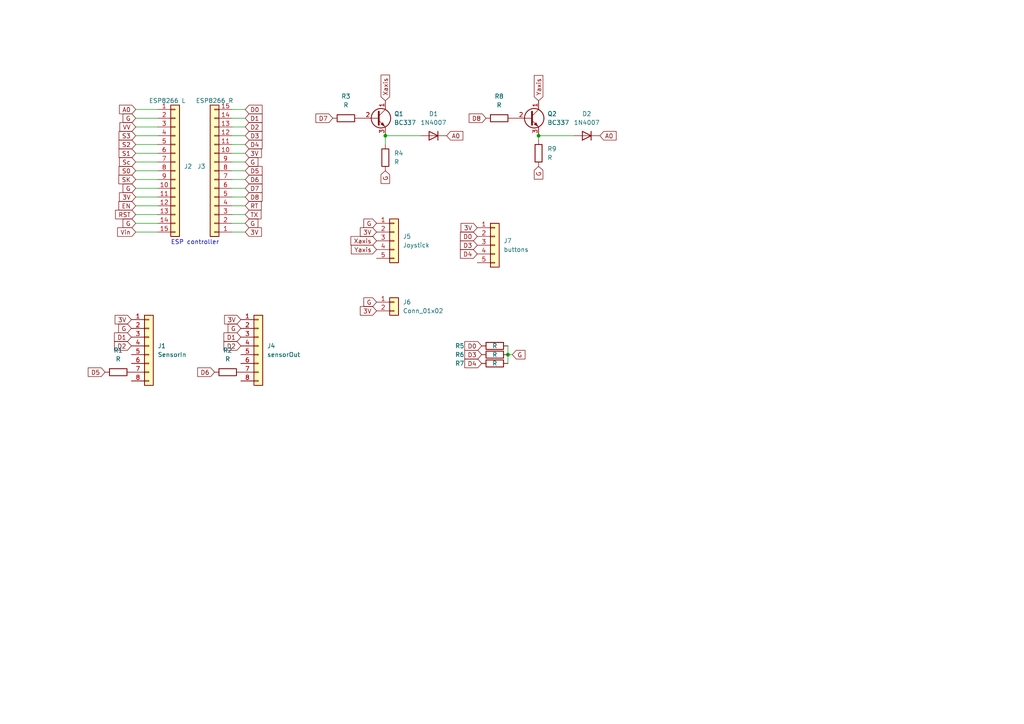
<source format=kicad_sch>
(kicad_sch (version 20211123) (generator eeschema)
  (paper "A4")
  (lib_symbols
    (symbol "Connector_Generic:Conn_01x02" (pin_names (offset 1.016) hide)
      (property "Reference" "J" (at 0 2.54 0))
      (property "Value" "Conn_01x02" (at 0 -5.08 0))
      (symbol "Conn_01x02_1_1"
        (rectangle (start -1.27 -2.413) (end 0 -2.667) (stroke (width 0.1524)))
        (rectangle (start -1.27 0.127) (end 0 -0.127) (stroke (width 0.1524)))
        (rectangle (start -1.27 1.27) (end 1.27 -3.81) (stroke (width 0.254)) (fill (type background)))
        (pin passive line (at -5.08 0 0) (length 3.81) (name "Pin_1") (number "1"))
        (pin passive line (at -5.08 -2.54 0) (length 3.81) (name "Pin_2") (number "2"))
      )
    )
    (symbol "Connector_Generic:Conn_01x05" (pin_names (offset 1.016) hide)
      (property "Reference" "J" (at 0 7.62 0))
      (property "Value" "Conn_01x05" (at 0 -7.62 0))
      (symbol "Conn_01x05_1_1"
        (rectangle (start -1.27 -4.953) (end 0 -5.207) (stroke (width 0.1524)))
        (rectangle (start -1.27 -2.413) (end 0 -2.667) (stroke (width 0.1524)))
        (rectangle (start -1.27 0.127) (end 0 -0.127) (stroke (width 0.1524)))
        (rectangle (start -1.27 2.667) (end 0 2.413) (stroke (width 0.1524)))
        (rectangle (start -1.27 5.207) (end 0 4.953) (stroke (width 0.1524)))
        (rectangle (start -1.27 6.35) (end 1.27 -6.35) (stroke (width 0.254)) (fill (type background)))
        (pin passive line (at -5.08 5.08 0) (length 3.81) (name "Pin_1") (number "1"))
        (pin passive line (at -5.08 2.54 0) (length 3.81) (name "Pin_2") (number "2"))
        (pin passive line (at -5.08 0 0) (length 3.81) (name "Pin_3") (number "3"))
        (pin passive line (at -5.08 -2.54 0) (length 3.81) (name "Pin_4") (number "4"))
        (pin passive line (at -5.08 -5.08 0) (length 3.81) (name "Pin_5") (number "5"))
      )
    )
    (symbol "Connector_Generic:Conn_01x08" (pin_names (offset 1.016) hide)
      (property "Reference" "J" (at 0 10.16 0))
      (property "Value" "Conn_01x08" (at 0 -12.7 0))
      (symbol "Conn_01x08_1_1"
        (rectangle (start -1.27 -10.033) (end 0 -10.287) (stroke (width 0.1524)))
        (rectangle (start -1.27 -7.493) (end 0 -7.747) (stroke (width 0.1524)))
        (rectangle (start -1.27 -4.953) (end 0 -5.207) (stroke (width 0.1524)))
        (rectangle (start -1.27 -2.413) (end 0 -2.667) (stroke (width 0.1524)))
        (rectangle (start -1.27 0.127) (end 0 -0.127) (stroke (width 0.1524)))
        (rectangle (start -1.27 2.667) (end 0 2.413) (stroke (width 0.1524)))
        (rectangle (start -1.27 5.207) (end 0 4.953) (stroke (width 0.1524)))
        (rectangle (start -1.27 7.747) (end 0 7.493) (stroke (width 0.1524)))
        (rectangle (start -1.27 8.89) (end 1.27 -11.43) (stroke (width 0.254)) (fill (type background)))
        (pin passive line (at -5.08 7.62 0) (length 3.81) (name "Pin_1") (number "1"))
        (pin passive line (at -5.08 5.08 0) (length 3.81) (name "Pin_2") (number "2"))
        (pin passive line (at -5.08 2.54 0) (length 3.81) (name "Pin_3") (number "3"))
        (pin passive line (at -5.08 0 0) (length 3.81) (name "Pin_4") (number "4"))
        (pin passive line (at -5.08 -2.54 0) (length 3.81) (name "Pin_5") (number "5"))
        (pin passive line (at -5.08 -5.08 0) (length 3.81) (name "Pin_6") (number "6"))
        (pin passive line (at -5.08 -7.62 0) (length 3.81) (name "Pin_7") (number "7"))
        (pin passive line (at -5.08 -10.16 0) (length 3.81) (name "Pin_8") (number "8"))
      )
    )
    (symbol "Connector_Generic:Conn_01x15" (pin_names (offset 1.016) hide)
      (property "Reference" "J" (at 0 20.32 0))
      (property "Value" "Conn_01x15" (at 0 -20.32 0))
      (symbol "Conn_01x15_1_1"
        (rectangle (start -1.27 -17.653) (end 0 -17.907) (stroke (width 0.1524)))
        (rectangle (start -1.27 -15.113) (end 0 -15.367) (stroke (width 0.1524)))
        (rectangle (start -1.27 -12.573) (end 0 -12.827) (stroke (width 0.1524)))
        (rectangle (start -1.27 -10.033) (end 0 -10.287) (stroke (width 0.1524)))
        (rectangle (start -1.27 -7.493) (end 0 -7.747) (stroke (width 0.1524)))
        (rectangle (start -1.27 -4.953) (end 0 -5.207) (stroke (width 0.1524)))
        (rectangle (start -1.27 -2.413) (end 0 -2.667) (stroke (width 0.1524)))
        (rectangle (start -1.27 0.127) (end 0 -0.127) (stroke (width 0.1524)))
        (rectangle (start -1.27 2.667) (end 0 2.413) (stroke (width 0.1524)))
        (rectangle (start -1.27 5.207) (end 0 4.953) (stroke (width 0.1524)))
        (rectangle (start -1.27 7.747) (end 0 7.493) (stroke (width 0.1524)))
        (rectangle (start -1.27 10.287) (end 0 10.033) (stroke (width 0.1524)))
        (rectangle (start -1.27 12.827) (end 0 12.573) (stroke (width 0.1524)))
        (rectangle (start -1.27 15.367) (end 0 15.113) (stroke (width 0.1524)))
        (rectangle (start -1.27 17.907) (end 0 17.653) (stroke (width 0.1524)))
        (rectangle (start -1.27 19.05) (end 1.27 -19.05) (stroke (width 0.254)) (fill (type background)))
        (pin passive line (at -5.08 17.78 0) (length 3.81) (name "Pin_1") (number "1"))
        (pin passive line (at -5.08 -5.08 0) (length 3.81) (name "Pin_10") (number "10"))
        (pin passive line (at -5.08 -7.62 0) (length 3.81) (name "Pin_11") (number "11"))
        (pin passive line (at -5.08 -10.16 0) (length 3.81) (name "Pin_12") (number "12"))
        (pin passive line (at -5.08 -12.7 0) (length 3.81) (name "Pin_13") (number "13"))
        (pin passive line (at -5.08 -15.24 0) (length 3.81) (name "Pin_14") (number "14"))
        (pin passive line (at -5.08 -17.78 0) (length 3.81) (name "Pin_15") (number "15"))
        (pin passive line (at -5.08 15.24 0) (length 3.81) (name "Pin_2") (number "2"))
        (pin passive line (at -5.08 12.7 0) (length 3.81) (name "Pin_3") (number "3"))
        (pin passive line (at -5.08 10.16 0) (length 3.81) (name "Pin_4") (number "4"))
        (pin passive line (at -5.08 7.62 0) (length 3.81) (name "Pin_5") (number "5"))
        (pin passive line (at -5.08 5.08 0) (length 3.81) (name "Pin_6") (number "6"))
        (pin passive line (at -5.08 2.54 0) (length 3.81) (name "Pin_7") (number "7"))
        (pin passive line (at -5.08 0 0) (length 3.81) (name "Pin_8") (number "8"))
        (pin passive line (at -5.08 -2.54 0) (length 3.81) (name "Pin_9") (number "9"))
      )
    )
    (symbol "Device:R" (pin_numbers hide) (pin_names (offset 0))
      (property "Reference" "R" (at 2.032 0 90))
      (property "Value" "R" (at 0 0 90))
      (symbol "R_0_1"
        (rectangle (start -1.016 -2.54) (end 1.016 2.54) (stroke (width 0.254)))
      )
      (symbol "R_1_1"
        (pin passive line (at 0 3.81 270) (length 1.27) (name "~") (number "1"))
        (pin passive line (at 0 -3.81 90) (length 1.27) (name "~") (number "2"))
      )
    )
    (symbol "Diode:1N4007" (pin_numbers hide) (pin_names (offset 1.016) hide)
      (property "Reference" "D" (at 0 2.54 0))
      (property "Value" "1N4007" (at 0 -2.54 0))
      (symbol "1N4007_0_1"
        (polyline (pts (xy -1.27 1.27) (xy -1.27 -1.27)) (stroke (width 0.254)))
        (polyline (pts (xy 1.27 0) (xy -1.27 0)))
        (polyline (pts (xy 1.27 1.27) (xy 1.27 -1.27) (xy -1.27 0) (xy 1.27 1.27)) (stroke (width 0.254)))
      )
      (symbol "1N4007_1_1"
        (pin passive line (at -3.81 0 0) (length 2.54) (name "K") (number "1"))
        (pin passive line (at 3.81 0 180) (length 2.54) (name "A") (number "2"))
      )
    )
    (symbol "Transistor_BJT:BC337" (pin_names (offset 0) hide)
      (property "Reference" "Q" (at 5.08 1.905 0))
      (property "Value" "BC337" (at 5.08 0 0))
      (symbol "BC337_0_1"
        (polyline (pts (xy 0 0) (xy 0.635 0)))
        (polyline (pts (xy 0.635 0.635) (xy 2.54 2.54)))
        (polyline (pts (xy 0.635 -0.635) (xy 2.54 -2.54) (xy 2.54 -2.54)))
        (polyline (pts (xy 0.635 1.905) (xy 0.635 -1.905) (xy 0.635 -1.905)) (stroke (width 0.508)))
        (polyline (pts (xy 1.27 -1.778) (xy 1.778 -1.27) (xy 2.286 -2.286) (xy 1.27 -1.778) (xy 1.27 -1.778)) (fill (type outline)))
        (circle (center 1.27 0) (radius 2.8194) (stroke (width 0.254)))
      )
      (symbol "BC337_1_1"
        (pin passive line (at 2.54 5.08 270) (length 2.54) (name "C") (number "1"))
        (pin input line (at -5.08 0 0) (length 5.08) (name "B") (number "2"))
        (pin passive line (at 2.54 -5.08 90) (length 2.54) (name "E") (number "3"))
      )
    )
  )
  (junction (at 156.21 39.37))
  (junction (at 111.76 39.37))
  (junction (at 147.32 102.87))
  (wire (pts (xy 67.31 52.07) (xy 71.12 52.07)))
  (wire (pts (xy 67.31 41.91) (xy 71.12 41.91)))
  (wire (pts (xy 67.31 44.45) (xy 71.12 44.45)))
  (wire (pts (xy 111.76 41.91) (xy 111.76 39.37)))
  (wire (pts (xy 67.31 49.53) (xy 71.12 49.53)))
  (wire (pts (xy 67.31 34.29) (xy 71.12 34.29)))
  (wire (pts (xy 39.37 41.91) (xy 45.72 41.91)))
  (wire (pts (xy 39.37 39.37) (xy 45.72 39.37)))
  (wire (pts (xy 67.31 54.61) (xy 71.12 54.61)))
  (wire (pts (xy 39.37 54.61) (xy 45.72 54.61)))
  (wire (pts (xy 39.37 44.45) (xy 45.72 44.45)))
  (wire (pts (xy 67.31 57.15) (xy 71.12 57.15)))
  (wire (pts (xy 39.37 31.75) (xy 45.72 31.75)))
  (wire (pts (xy 67.31 36.83) (xy 71.12 36.83)))
  (wire (pts (xy 147.32 100.33) (xy 147.32 102.87)))
  (wire (pts (xy 67.31 67.31) (xy 71.12 67.31)))
  (wire (pts (xy 39.37 52.07) (xy 45.72 52.07)))
  (wire (pts (xy 67.31 64.77) (xy 71.12 64.77)))
  (wire (pts (xy 39.37 57.15) (xy 45.72 57.15)))
  (wire (pts (xy 39.37 49.53) (xy 45.72 49.53)))
  (wire (pts (xy 39.37 59.69) (xy 45.72 59.69)))
  (wire (pts (xy 39.37 46.99) (xy 45.72 46.99)))
  (wire (pts (xy 166.37 39.37) (xy 156.21 39.37)))
  (wire (pts (xy 39.37 34.29) (xy 45.72 34.29)))
  (wire (pts (xy 147.32 102.87) (xy 147.32 105.41)))
  (wire (pts (xy 67.31 31.75) (xy 71.12 31.75)))
  (wire (pts (xy 39.37 36.83) (xy 45.72 36.83)))
  (wire (pts (xy 156.21 40.64) (xy 156.21 39.37)))
  (wire (pts (xy 67.31 62.23) (xy 71.12 62.23)))
  (wire (pts (xy 67.31 59.69) (xy 71.12 59.69)))
  (wire (pts (xy 67.31 46.99) (xy 71.12 46.99)))
  (wire (pts (xy 147.32 102.87) (xy 148.59 102.87)))
  (wire (pts (xy 39.37 62.23) (xy 45.72 62.23)))
  (wire (pts (xy 39.37 67.31) (xy 45.72 67.31)))
  (wire (pts (xy 39.37 64.77) (xy 45.72 64.77)))
  (wire (pts (xy 121.92 39.37) (xy 111.76 39.37)))
  (wire (pts (xy 67.31 39.37) (xy 71.12 39.37)))
  (text "ESP controller\n" (at 49.53 71.12 0) (effects (font (size 1.27 1.27)) (justify left bottom)))
  (global_label "3V" (shape input) (at 109.22 90.17 180) (property "Intersheet References" "${INTERSHEET_REFS}" (effects hide)))
  (global_label "G" (shape input) (at 148.59 102.87 0) (property "Intersheet References" "${INTERSHEET_REFS}" (effects hide)))
  (global_label "D2" (shape input) (at 69.85 100.33 180) (property "Intersheet References" "${INTERSHEET_REFS}" (effects hide)))
  (global_label "D8" (shape input) (at 71.12 57.15 0) (property "Intersheet References" "${INTERSHEET_REFS}" (effects hide)))
  (global_label "Yaxis" (shape input) (at 109.22 72.39 180) (property "Intersheet References" "${INTERSHEET_REFS}" (effects hide)))
  (global_label "3V" (shape input) (at 138.43 66.04 180) (property "Intersheet References" "${INTERSHEET_REFS}" (effects hide)))
  (global_label "D7" (shape input) (at 71.12 54.61 0) (property "Intersheet References" "${INTERSHEET_REFS}" (effects hide)))
  (global_label "Sc" (shape input) (at 39.37 46.99 180) (property "Intersheet References" "${INTERSHEET_REFS}" (effects hide)))
  (global_label "D4" (shape input) (at 138.43 73.66 180) (property "Intersheet References" "${INTERSHEET_REFS}" (effects hide)))
  (global_label "A0" (shape input) (at 129.54 39.37 0) (property "Intersheet References" "${INTERSHEET_REFS}" (effects hide)))
  (global_label "G" (shape input) (at 109.22 87.63 180) (property "Intersheet References" "${INTERSHEET_REFS}" (effects hide)))
  (global_label "VV" (shape input) (at 39.37 36.83 180) (property "Intersheet References" "${INTERSHEET_REFS}" (effects hide)))
  (global_label "D6" (shape input) (at 71.12 52.07 0) (property "Intersheet References" "${INTERSHEET_REFS}" (effects hide)))
  (global_label "Xaxis" (shape input) (at 109.22 69.85 180) (property "Intersheet References" "${INTERSHEET_REFS}" (effects hide)))
  (global_label "S2" (shape input) (at 39.37 41.91 180) (property "Intersheet References" "${INTERSHEET_REFS}" (effects hide)))
  (global_label "S1" (shape input) (at 39.37 44.45 180) (property "Intersheet References" "${INTERSHEET_REFS}" (effects hide)))
  (global_label "RST" (shape input) (at 39.37 62.23 180) (property "Intersheet References" "${INTERSHEET_REFS}" (effects hide)))
  (global_label "D4" (shape input) (at 71.12 41.91 0) (property "Intersheet References" "${INTERSHEET_REFS}" (effects hide)))
  (global_label "D2" (shape input) (at 71.12 36.83 0) (property "Intersheet References" "${INTERSHEET_REFS}" (effects hide)))
  (global_label "D6" (shape input) (at 62.23 107.95 180) (property "Intersheet References" "${INTERSHEET_REFS}" (effects hide)))
  (global_label "D4" (shape input) (at 139.7 105.41 180) (property "Intersheet References" "${INTERSHEET_REFS}" (effects hide)))
  (global_label "D5" (shape input) (at 30.48 107.95 180) (property "Intersheet References" "${INTERSHEET_REFS}" (effects hide)))
  (global_label "3V" (shape input) (at 71.12 67.31 0) (property "Intersheet References" "${INTERSHEET_REFS}" (effects hide)))
  (global_label "G" (shape input) (at 71.12 64.77 0) (property "Intersheet References" "${INTERSHEET_REFS}" (effects hide)))
  (global_label "D3" (shape input) (at 71.12 39.37 0) (property "Intersheet References" "${INTERSHEET_REFS}" (effects hide)))
  (global_label "D7" (shape input) (at 96.52 34.29 180) (property "Intersheet References" "${INTERSHEET_REFS}" (effects hide)))
  (global_label "D3" (shape input) (at 138.43 71.12 180) (property "Intersheet References" "${INTERSHEET_REFS}" (effects hide)))
  (global_label "TX" (shape input) (at 71.12 62.23 0) (property "Intersheet References" "${INTERSHEET_REFS}" (effects hide)))
  (global_label "D5" (shape input) (at 71.12 49.53 0) (property "Intersheet References" "${INTERSHEET_REFS}" (effects hide)))
  (global_label "A0" (shape input) (at 173.99 39.37 0) (property "Intersheet References" "${INTERSHEET_REFS}" (effects hide)))
  (global_label "Yaxis" (shape input) (at 156.21 29.21 90) (property "Intersheet References" "${INTERSHEET_REFS}" (effects hide)))
  (global_label "3V" (shape input) (at 69.85 92.71 180) (property "Intersheet References" "${INTERSHEET_REFS}" (effects hide)))
  (global_label "RT" (shape input) (at 71.12 59.69 0) (property "Intersheet References" "${INTERSHEET_REFS}" (effects hide)))
  (global_label "3V" (shape input) (at 109.22 67.31 180) (property "Intersheet References" "${INTERSHEET_REFS}" (effects hide)))
  (global_label "SK" (shape input) (at 39.37 52.07 180) (property "Intersheet References" "${INTERSHEET_REFS}" (effects hide)))
  (global_label "D3" (shape input) (at 139.7 102.87 180) (property "Intersheet References" "${INTERSHEET_REFS}" (effects hide)))
  (global_label "D1" (shape input) (at 38.1 97.79 180) (property "Intersheet References" "${INTERSHEET_REFS}" (effects hide)))
  (global_label "G" (shape input) (at 156.21 48.26 270) (property "Intersheet References" "${INTERSHEET_REFS}" (effects hide)))
  (global_label "G" (shape input) (at 39.37 34.29 180) (property "Intersheet References" "${INTERSHEET_REFS}" (effects hide)))
  (global_label "D8" (shape input) (at 140.97 34.29 180) (property "Intersheet References" "${INTERSHEET_REFS}" (effects hide)))
  (global_label "D0" (shape input) (at 139.7 100.33 180) (property "Intersheet References" "${INTERSHEET_REFS}" (effects hide)))
  (global_label "A0" (shape input) (at 39.37 31.75 180) (property "Intersheet References" "${INTERSHEET_REFS}" (effects hide)))
  (global_label "S3" (shape input) (at 39.37 39.37 180) (property "Intersheet References" "${INTERSHEET_REFS}" (effects hide)))
  (global_label "D2" (shape input) (at 38.1 100.33 180) (property "Intersheet References" "${INTERSHEET_REFS}" (effects hide)))
  (global_label "D0" (shape input) (at 138.43 68.58 180) (property "Intersheet References" "${INTERSHEET_REFS}" (effects hide)))
  (global_label "S0" (shape input) (at 39.37 49.53 180) (property "Intersheet References" "${INTERSHEET_REFS}" (effects hide)))
  (global_label "D1" (shape input) (at 71.12 34.29 0) (property "Intersheet References" "${INTERSHEET_REFS}" (effects hide)))
  (global_label "G" (shape input) (at 71.12 46.99 0) (property "Intersheet References" "${INTERSHEET_REFS}" (effects hide)))
  (global_label "EN" (shape input) (at 39.37 59.69 180) (property "Intersheet References" "${INTERSHEET_REFS}" (effects hide)))
  (global_label "D0" (shape input) (at 71.12 31.75 0) (property "Intersheet References" "${INTERSHEET_REFS}" (effects hide)))
  (global_label "G" (shape input) (at 39.37 54.61 180) (property "Intersheet References" "${INTERSHEET_REFS}" (effects hide)))
  (global_label "G" (shape input) (at 111.76 49.53 270) (property "Intersheet References" "${INTERSHEET_REFS}" (effects hide)))
  (global_label "Xaxis" (shape input) (at 111.76 29.21 90) (property "Intersheet References" "${INTERSHEET_REFS}" (effects hide)))
  (global_label "3V" (shape input) (at 71.12 44.45 0) (property "Intersheet References" "${INTERSHEET_REFS}" (effects hide)))
  (global_label "G" (shape input) (at 38.1 95.25 180) (property "Intersheet References" "${INTERSHEET_REFS}" (effects hide)))
  (global_label "D1" (shape input) (at 69.85 97.79 180) (property "Intersheet References" "${INTERSHEET_REFS}" (effects hide)))
  (global_label "3V" (shape input) (at 38.1 92.71 180) (property "Intersheet References" "${INTERSHEET_REFS}" (effects hide)))
  (global_label "G" (shape input) (at 69.85 95.25 180) (property "Intersheet References" "${INTERSHEET_REFS}" (effects hide)))
  (global_label "G" (shape input) (at 39.37 64.77 180) (property "Intersheet References" "${INTERSHEET_REFS}" (effects hide)))
  (global_label "G" (shape input) (at 109.22 64.77 180) (property "Intersheet References" "${INTERSHEET_REFS}" (effects hide)))
  (global_label "Vin" (shape input) (at 39.37 67.31 180) (property "Intersheet References" "${INTERSHEET_REFS}" (effects hide)))
  (global_label "3V" (shape input) (at 39.37 57.15 180) (property "Intersheet References" "${INTERSHEET_REFS}" (effects hide)))
  (symbol (lib_id "Connector_Generic:Conn_01x15") (at 62.23 49.53 180) (unit 1)
    (property "Reference" "J3" (at 58.42 48.26 0))
    (property "Value" "ESP8266 R" (at 62.23 29.21 0))
    (property "Footprint" "Connector_PinHeader_2.54mm:PinHeader_1x15_P2.54mm_Vertical" (effects hide))
  )
  (symbol (lib_id "Connector_Generic:Conn_01x05") (at 114.3 69.85 0) (unit 1)
    (property "Reference" "J5" (at 116.84 68.5799 0) (effects (justify left)))
    (property "Value" "Joystick" (at 116.84 71.1199 0) (effects (justify left)))
    (property "Footprint" "Connector_PinHeader_2.54mm:PinHeader_1x05_P2.54mm_Vertical" (effects hide))
  )
  (symbol (lib_id "Transistor_BJT:BC337") (at 153.67 34.29 0) (unit 1)
    (property "Reference" "Q2" (at 158.75 33.0199 0) (effects (justify left)))
    (property "Value" "BC337" (at 158.75 35.5599 0) (effects (justify left)))
    (property "Footprint" "Package_TO_SOT_THT:TO-92_Inline" (effects hide))
    (property "Datasheet" "https://diotec.com/tl_files/diotec/files/pdf/datasheets/bc337.pdf" (effects hide))
  )
  (symbol (lib_id "Transistor_BJT:BC337") (at 109.22 34.29 0) (unit 1)
    (property "Reference" "Q1" (at 114.3 33.0199 0) (effects (justify left)))
    (property "Value" "BC337" (at 114.3 35.5599 0) (effects (justify left)))
    (property "Footprint" "Package_TO_SOT_THT:TO-92_Inline" (effects hide))
    (property "Datasheet" "https://diotec.com/tl_files/diotec/files/pdf/datasheets/bc337.pdf" (effects hide))
  )
  (symbol (lib_id "Device:R") (at 143.51 100.33 90) (unit 1)
    (property "Reference" "R5" (at 133.35 100.33 90))
    (property "Value" "R" (at 143.51 105.41 90))
    (property "Footprint" "Resistor_THT:R_Axial_DIN0204_L3.6mm_D1.6mm_P7.62mm_Horizontal" (effects hide))
  )
  (symbol (lib_id "Device:R") (at 66.04 107.95 90) (unit 1)
    (property "Reference" "R2" (at 66.04 101.6 90))
    (property "Value" "R" (at 66.04 104.14 90))
    (property "Footprint" "Resistor_THT:R_Axial_DIN0204_L3.6mm_D1.6mm_P7.62mm_Horizontal" (effects hide))
  )
  (symbol (lib_id "Device:R") (at 144.78 34.29 270) (unit 1)
    (property "Reference" "R8" (at 144.78 27.94 90))
    (property "Value" "R" (at 144.78 30.48 90))
    (property "Footprint" "Resistor_THT:R_Axial_DIN0204_L3.6mm_D1.6mm_P7.62mm_Horizontal" (effects hide))
  )
  (symbol (lib_id "Connector_Generic:Conn_01x08") (at 43.18 100.33 0) (unit 1)
    (property "Reference" "J1" (at 45.72 100.3299 0) (effects (justify left)))
    (property "Value" "SensorIn" (at 45.72 102.8699 0) (effects (justify left)))
    (property "Footprint" "Connector_PinHeader_2.54mm:PinHeader_1x08_P2.54mm_Vertical" (effects hide))
  )
  (symbol (lib_id "Device:R") (at 34.29 107.95 90) (unit 1)
    (property "Reference" "R1" (at 34.29 101.6 90))
    (property "Value" "R" (at 34.29 104.14 90))
    (property "Footprint" "Resistor_THT:R_Axial_DIN0204_L3.6mm_D1.6mm_P7.62mm_Horizontal" (effects hide))
  )
  (symbol (lib_id "Device:R") (at 156.21 44.45 0) (unit 1)
    (property "Reference" "R9" (at 158.75 43.1799 0) (effects (justify left)))
    (property "Value" "R" (at 158.75 45.7199 0) (effects (justify left)))
    (property "Footprint" "Resistor_THT:R_Axial_DIN0204_L3.6mm_D1.6mm_P7.62mm_Horizontal" (effects hide))
  )
  (symbol (lib_id "Device:R") (at 143.51 105.41 90) (unit 1)
    (property "Reference" "R7" (at 133.35 105.41 90))
    (property "Value" "R" (at 143.51 102.87 90))
    (property "Footprint" "Resistor_THT:R_Axial_DIN0204_L3.6mm_D1.6mm_P7.62mm_Horizontal" (effects hide))
  )
  (symbol (lib_id "Device:R") (at 100.33 34.29 270) (unit 1)
    (property "Reference" "R3" (at 100.33 27.94 90))
    (property "Value" "R" (at 100.33 30.48 90))
    (property "Footprint" "Resistor_THT:R_Axial_DIN0204_L3.6mm_D1.6mm_P7.62mm_Horizontal" (effects hide))
  )
  (symbol (lib_id "Connector_Generic:Conn_01x15") (at 50.8 49.53 0) (unit 1)
    (property "Reference" "J2" (at 53.34 48.2599 0) (effects (justify left)))
    (property "Value" "ESP8266 L" (at 43.18 29.21 0) (effects (justify left)))
    (property "Footprint" "Connector_PinHeader_2.54mm:PinHeader_1x15_P2.54mm_Vertical" (effects hide))
  )
  (symbol (lib_id "Device:R") (at 143.51 102.87 90) (unit 1)
    (property "Reference" "R6" (at 133.35 102.87 90))
    (property "Value" "R" (at 143.51 100.33 90))
    (property "Footprint" "Resistor_THT:R_Axial_DIN0204_L3.6mm_D1.6mm_P7.62mm_Horizontal" (effects hide))
  )
  (symbol (lib_id "Connector_Generic:Conn_01x02") (at 114.3 87.63 0) (unit 1)
    (property "Reference" "J6" (at 116.84 87.6299 0) (effects (justify left)))
    (property "Value" "Conn_01x02" (at 116.84 90.1699 0) (effects (justify left)))
    (property "Footprint" "Connector_PinSocket_2.54mm:PinSocket_1x02_P2.54mm_Vertical" (effects hide))
  )
  (symbol (lib_id "Connector_Generic:Conn_01x08") (at 74.93 100.33 0) (unit 1)
    (property "Reference" "J4" (at 77.47 100.3299 0) (effects (justify left)))
    (property "Value" "sensorOut" (at 77.47 102.8699 0) (effects (justify left)))
    (property "Footprint" "Connector_PinHeader_2.54mm:PinHeader_1x08_P2.54mm_Vertical" (effects hide))
  )
  (symbol (lib_id "Connector_Generic:Conn_01x05") (at 143.51 71.12 0) (unit 1)
    (property "Reference" "J7" (at 146.05 69.8499 0) (effects (justify left)))
    (property "Value" "buttons" (at 146.05 72.3899 0) (effects (justify left)))
    (property "Footprint" "Connector_PinHeader_2.54mm:PinHeader_1x05_P2.54mm_Vertical" (effects hide))
  )
  (symbol (lib_id "Diode:1N4007") (at 125.73 39.37 180) (unit 1)
    (property "Reference" "D1" (at 125.73 33.02 0))
    (property "Value" "1N4007" (at 125.73 35.56 0))
    (property "Footprint" "Diode_THT:D_DO-41_SOD81_P10.16mm_Horizontal" (effects hide))
    (property "Datasheet" "http://www.vishay.com/docs/88503/1n4001.pdf" (effects hide))
  )
  (symbol (lib_id "Device:R") (at 111.76 45.72 0) (unit 1)
    (property "Reference" "R4" (at 114.3 44.4499 0) (effects (justify left)))
    (property "Value" "R" (at 114.3 46.9899 0) (effects (justify left)))
    (property "Footprint" "Resistor_THT:R_Axial_DIN0204_L3.6mm_D1.6mm_P7.62mm_Horizontal" (effects hide))
  )
  (symbol (lib_id "Diode:1N4007") (at 170.18 39.37 180) (unit 1)
    (property "Reference" "D2" (at 170.18 33.02 0))
    (property "Value" "1N4007" (at 170.18 35.56 0))
    (property "Footprint" "Diode_THT:D_DO-41_SOD81_P10.16mm_Horizontal" (effects hide))
    (property "Datasheet" "http://www.vishay.com/docs/88503/1n4001.pdf" (effects hide))
  )
)
</source>
